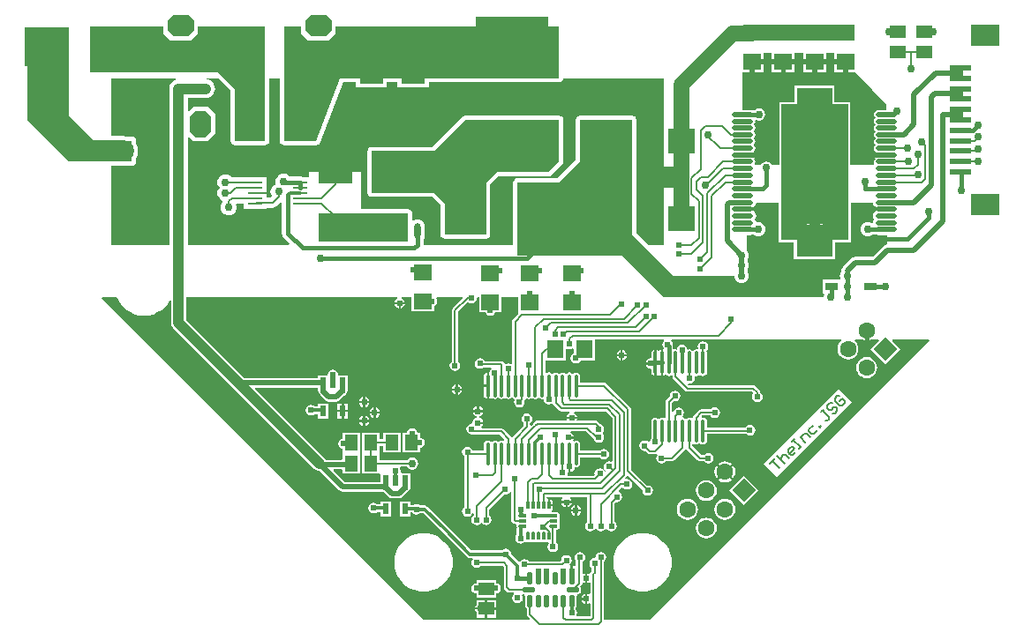
<source format=gtl>
%FSTAX23Y23*%
%MOIN*%
%SFA1B1*%

%IPPOS*%
%AMD26*
4,1,8,0.003000,0.015000,-0.003000,0.015000,-0.006000,0.012000,-0.006000,-0.012000,-0.003000,-0.015000,0.003000,-0.015000,0.006000,-0.012000,0.006000,0.012000,0.003000,0.015000,0.0*
1,1,0.006000,0.003000,0.012000*
1,1,0.006000,-0.003000,0.012000*
1,1,0.006000,-0.003000,-0.012000*
1,1,0.006000,0.003000,-0.012000*
%
%AMD27*
4,1,8,-0.015000,0.003000,-0.015000,-0.003000,-0.012000,-0.006000,0.012000,-0.006000,0.015000,-0.003000,0.015000,0.003000,0.012000,0.006000,-0.012000,0.006000,-0.015000,0.003000,0.0*
1,1,0.006000,-0.012000,0.003000*
1,1,0.006000,-0.012000,-0.003000*
1,1,0.006000,0.012000,-0.003000*
1,1,0.006000,0.012000,0.003000*
%
%AMD28*
4,1,8,0.017500,0.011000,-0.017500,0.011000,-0.022500,0.006000,-0.022500,-0.006000,-0.017500,-0.011000,0.017500,-0.011000,0.022500,-0.006000,0.022500,0.006000,0.017500,0.011000,0.0*
1,1,0.010000,0.017500,0.006000*
1,1,0.010000,-0.017500,0.006000*
1,1,0.010000,-0.017500,-0.006000*
1,1,0.010000,0.017500,-0.006000*
%
%AMD29*
4,1,8,0.011000,-0.017500,0.011000,0.017500,0.006000,0.022500,-0.006000,0.022500,-0.011000,0.017500,-0.011000,-0.017500,-0.006000,-0.022500,0.006000,-0.022500,0.011000,-0.017500,0.0*
1,1,0.010000,0.006000,-0.017500*
1,1,0.010000,0.006000,0.017500*
1,1,0.010000,-0.006000,0.017500*
1,1,0.010000,-0.006000,-0.017500*
%
%AMD46*
4,1,8,0.039500,-0.029200,0.039500,0.029200,0.019700,0.049000,-0.019700,0.049000,-0.039500,0.029200,-0.039500,-0.029200,-0.019700,-0.049000,0.019700,-0.049000,0.039500,-0.029200,0.0*
%
%AMD47*
4,1,8,0.029200,0.039500,-0.029200,0.039500,-0.049000,0.019700,-0.049000,-0.019700,-0.029200,-0.039500,0.029200,-0.039500,0.049000,-0.019700,0.049000,0.019700,0.029200,0.039500,0.0*
%
%AMD50*
4,1,4,0.044400,0.000000,0.000000,0.044400,-0.044400,0.000000,0.000000,-0.044400,0.044400,0.000000,0.0*
%
%ADD10R,0.059000X0.059000*%
%ADD11R,0.134000X0.122000*%
%ADD12R,0.252000X0.394000*%
%ADD13O,0.079000X0.018000*%
%ADD14R,0.087000X0.079000*%
%ADD15R,0.167000X0.118000*%
%ADD16R,0.167000X0.150000*%
%ADD17R,0.051000X0.059000*%
%ADD18R,0.126000X0.071000*%
%ADD19R,0.071000X0.063000*%
%ADD20R,0.059000X0.051000*%
%ADD21R,0.110000X0.150000*%
%ADD22O,0.016000X0.085000*%
%ADD23O,0.016000X0.085000*%
%ADD24R,0.063000X0.071000*%
%ADD25R,0.024000X0.041000*%
G04~CAMADD=26~8~0.0~0.0~120.0~300.0~30.0~0.0~15~0.0~0.0~0.0~0.0~0~0.0~0.0~0.0~0.0~0~0.0~0.0~0.0~0.0~120.0~300.0*
%ADD26D26*%
G04~CAMADD=27~8~0.0~0.0~120.0~300.0~30.0~0.0~15~0.0~0.0~0.0~0.0~0~0.0~0.0~0.0~0.0~0~0.0~0.0~0.0~90.0~300.0~120.0*
%ADD27D27*%
G04~CAMADD=28~8~0.0~0.0~450.0~220.0~50.0~0.0~15~0.0~0.0~0.0~0.0~0~0.0~0.0~0.0~0.0~0~0.0~0.0~0.0~0.0~450.0~220.0*
%ADD28D28*%
G04~CAMADD=29~8~0.0~0.0~450.0~220.0~50.0~0.0~15~0.0~0.0~0.0~0.0~0~0.0~0.0~0.0~0.0~0~0.0~0.0~0.0~270.0~220.0~450.0*
%ADD29D29*%
%ADD30R,0.276000X0.157000*%
%ADD31R,0.055000X0.011000*%
%ADD32R,0.047000X0.028000*%
%ADD33R,0.102000X0.094000*%
%ADD34O,0.024000X0.059000*%
%ADD35R,0.110000X0.083000*%
%ADD36R,0.079000X0.024000*%
%ADD37C,0.079000*%
%ADD38C,0.016000*%
%ADD39C,0.008000*%
%ADD40C,0.020000*%
%ADD41C,0.039000*%
%ADD42C,0.012000*%
%ADD43C,0.059000*%
%ADD44R,0.079000X0.079000*%
%ADD45C,0.079000*%
G04~CAMADD=46~4~0.0~0.0~980.0~790.0~0.0~197.5~0~0.0~0.0~0.0~0.0~0~0.0~0.0~0.0~0.0~0~0.0~0.0~0.0~270.0~790.0~980.0*
%ADD46D46*%
G04~CAMADD=47~4~0.0~0.0~980.0~790.0~0.0~197.5~0~0.0~0.0~0.0~0.0~0~0.0~0.0~0.0~0.0~0~0.0~0.0~0.0~0.0~980.0~790.0*
%ADD47D47*%
%ADD48C,0.039000*%
%ADD49C,0.063000*%
G04~CAMADD=50~10~0.0~629.3~0.0~0.0~0.0~0.0~0~0.0~0.0~0.0~0.0~0~0.0~0.0~0.0~0.0~0~0.0~0.0~0.0~315.0~629.3~0.0*
%ADD50D50*%
%ADD51C,0.024000*%
%ADD52C,0.030000*%
%LNpendulum-1*%
%LPD*%
G36*
X0315Y01929D02*
D01*
X03307Y01772*
X03536*
X03537Y01765*
X0354Y01758*
X03544Y01753*
X0355Y01748*
X03556Y01746*
X03563Y01745*
X0357Y01746*
X03576Y01748*
X03582Y01753*
X03586Y01758*
X03589Y01765*
X0359Y01772*
X03589Y01779*
X03586Y01785*
X03585Y01787*
Y01796*
X03586Y01798*
X03589Y01804*
X0359Y01811*
X03589Y01818*
X03586Y01824*
X03585Y01826*
Y01836*
X03586Y01837*
X03589Y01843*
X0359Y0185*
X03589Y01857*
X03586Y01864*
X03583Y01868*
Y01927*
X03597*
X03603Y01928*
X03609*
X03614Y01925*
X0362Y01922*
X03627Y01921*
X03634Y01922*
X0364Y01925*
X03646Y01929*
X0365Y01934*
X03653Y01941*
X03654Y01948*
X03653Y01955*
X0365Y01961*
X03646Y01967*
X0364Y01971*
X03634Y01974*
X03627Y01975*
X0362Y01974*
X03617Y01981*
Y01982*
X03614Y01986*
X03617Y01991*
X03619Y01999*
X03617Y02007*
X03612Y02014*
X03605Y02019*
X03597Y0202*
X03583*
Y02029*
X03597*
X03605Y02031*
X03612Y02035*
X03617Y02042*
X03619Y0205*
X03701*
Y01957*
Y01898*
X0376*
Y01835*
X03917*
Y01898*
X03976*
Y01957*
Y0205*
X04059*
X0406Y02042*
X04065Y02035*
X04072Y02031*
X0408Y02029*
X04106*
X0411Y02028*
X04114*
Y0202*
X0408*
X04072Y02019*
X04065Y02014*
X0406Y02007*
X04059Y01999*
X0406Y01991*
X04063Y01986*
X0406Y01982*
X04059Y01973*
X04054Y01971*
X04053Y01972*
X04046Y01975*
X04039Y01976*
X04032Y01975*
X04026Y01972*
X0402Y01968*
X04016Y01962*
X04013Y01956*
Y01949*
Y01942*
X04016Y01935*
X0402Y0193*
X04026Y01926*
X04032Y01923*
X04039Y01922*
X04046Y01923*
X04053Y01926*
X04056Y01928*
X04074*
X0408Y01927*
X04114*
Y01892*
X04106Y0189*
X04099Y01886*
X04058Y01845*
X03992*
X03984Y01843*
X03977Y01838*
X03945Y01807*
X0394Y018*
X03939Y01791*
Y01788*
X03937Y01785*
X03935Y01779*
X03934Y01772*
X03935Y01765*
X03936Y01762*
X03933Y01758*
X03868*
Y01707*
X03873*
X03876Y01703*
X03874Y01698*
X03873Y01693*
X03268*
X0311Y0185*
X02717*
Y01929*
Y02126*
X02874*
X02953Y02205*
Y02362*
X0315*
Y01929*
G37*
G36*
X0272Y01634D02*
D01*
Y01629*
X02699Y01608*
X02697Y01604*
X02696Y01599*
Y01441*
X02691Y01439*
X02689Y0144*
X02681Y01441*
X02673Y0144*
X02668Y01442*
Y01443*
X02665Y01447*
X02661Y01449*
X02656Y0145*
X02592*
X02589Y01455*
X02582Y01459*
X02575Y01461*
X02567Y01459*
X02561Y01455*
X02556Y01449*
X02555Y01441*
X02556Y01433*
X02561Y01427*
X02567Y01422*
X02575Y01421*
X02582Y01422*
X02588Y01426*
X02616*
X02618Y01421*
X02616Y0142*
X02611Y01413*
X0261Y01407*
X02609*
Y01357*
Y01308*
X02611*
X02615Y0131*
X02618Y01311*
X02622Y0131*
X02625Y01308*
X02631Y01307*
X02637Y01308*
X02642Y01311*
X02645*
X0265Y01308*
X02656Y01307*
X02663Y01308*
X02666Y0131*
X02669Y01311*
X02673Y0131*
X02676Y01308*
X02682Y01307*
X02688Y01308*
X02693Y01311*
X02696*
X02702Y01308*
X02703*
X02705Y01304*
X02706Y01302*
X02704Y01295*
X02706Y01288*
X0271Y01281*
X02717Y01277*
X02724Y01275*
X02732Y01277*
X02739Y01281*
X02743Y01288*
X02744Y01295*
Y01299*
Y013*
X02745Y01304*
Y01307*
X0275Y0131*
X02753Y01308*
X02759Y01307*
X02765Y01308*
X02768Y0131*
X02772Y01311*
X02775Y0131*
X02778Y01308*
X02784Y01307*
X02791Y01308*
X02796Y01311*
X02799*
X02804Y01308*
X0281Y01307*
X02815*
X02816Y01299*
X0282Y01293*
X02827Y01289*
X02835Y01287*
X02842Y01289*
X02845Y0129*
X0285Y01288*
X02853Y01284*
X02873Y01263*
X02877Y01261*
X02882Y0126*
X02912*
X02913Y01255*
X02907Y0125*
X02903Y01244*
X02902Y0124*
X02941*
X0294Y01244*
X02935Y0125*
X02929Y01255*
X02931Y0126*
X0305*
X03075Y01235*
Y01073*
X0307Y0107*
X03063Y01071*
X03055Y0107*
X03049Y01065*
X03044Y01059*
X03043Y01051*
X03044Y01043*
X03049Y01037*
Y01033*
X03044Y01034*
X03042Y01038*
X03035Y01042*
X03028Y01044*
X0302Y01042*
X03013Y01038*
X03009Y01031*
X03007Y01024*
X03008Y01021*
X03003Y01016*
X02907*
X02905Y01021*
X02906Y01028*
X02909Y01031*
Y01051*
X02917*
Y01032*
X02921Y01033*
X02928Y01037*
X02932Y01043*
X02933Y0105*
X02938Y01049*
X02944Y0105*
X02949Y01054*
X02953Y01059*
X02954Y01065*
Y01087*
X03027*
X03029Y01084*
X03036Y0108*
X03043Y01078*
X03051Y0108*
X03057Y01084*
X03062Y01091*
X03063Y01098*
X03062Y01106*
X03057Y01113*
X03051Y01117*
X03043Y01118*
X03036Y01117*
X03029Y01113*
X03028Y01111*
X02954*
Y01134*
X02953Y0114*
X02949Y01145*
X02944Y01149*
X02938Y0115*
X02932Y01149*
X0293Y01147*
X02926Y01151*
X02928Y01154*
X02929Y01157*
X02909*
Y01165*
X02929*
X02928Y01169*
X02924Y01176*
X02917Y0118*
X02919Y01185*
X02975*
X03005Y01155*
Y01154*
X03009Y01147*
X03016Y01143*
X03024Y01141*
X03031Y01143*
X03038Y01147*
X03042Y01154*
X03044Y01161*
X03042Y01169*
X03039Y01174*
X03038Y01177*
X03039Y01181*
X03042Y01185*
X03044Y01193*
X03042Y01201*
X03038Y01207*
X03031Y01211*
X0303Y01212*
X0302Y01221*
X03016Y01224*
X03012Y01225*
X02943*
X0294Y0123*
X02941Y01232*
X02902*
Y0123*
X029Y01225*
X02791*
X02787Y01224*
X02783Y01221*
X02775Y01213*
X02769Y01207*
X02764Y01209*
Y01217*
X02766Y01218*
X02771Y01225*
X02772Y01232*
X02771Y0124*
X02766Y01246*
X0276Y01251*
X02752Y01252*
X02744Y01251*
X02738Y01246*
X02733Y0124*
X02732Y01232*
X02733Y01225*
X02738Y01218*
X0274Y01217*
Y01206*
X02699Y01165*
X02698Y01163*
X02697*
X02692*
X02691Y01165*
X02663Y01193*
X02659Y01195*
X02655Y01196*
X02581*
X02579Y01201*
X02581Y01202*
X02585Y01209*
X02586Y01213*
X02567*
Y0122*
X02586*
X02585Y01224*
X02581Y01231*
X02575Y01235*
X02572Y01236*
Y01241*
X02575*
X02581Y01246*
X02585Y01252*
X02586Y01256*
X02548*
Y01252*
X02553Y01246*
X02559Y01241*
X02562*
Y01236*
X02559Y01235*
X02553Y01231*
X02548Y01224*
X02547Y01217*
X02546Y01215*
X02544Y01214*
X02542Y01213*
X02536Y01211*
X02529Y01207*
X02525Y01201*
X02523Y01193*
X02525Y01185*
X02529Y01179*
X02536Y01174*
X02543Y01173*
X02547Y01174*
X02548Y01173*
X02552Y01172*
X0265*
X02667Y01154*
Y01152*
X02664Y0115*
X02662Y01149*
X02656Y0115*
X0265Y01149*
X02645Y01145*
X02642*
X02637Y01149*
X02631Y0115*
X02625Y01149*
X02622Y01147*
X02618Y01146*
X02615Y01147*
X02611Y01149*
X02605Y0115*
X02599Y01149*
X02594Y01145*
X0259Y0114*
X02589Y01134*
Y01111*
X02547*
X02546Y01114*
X02542Y0112*
X02535Y01125*
X02528Y01126*
X0252Y01125*
X02513Y0112*
X02509Y01114*
X02507Y01106*
X02509Y01099*
X02513Y01092*
X02516Y01091*
Y00898*
X02513Y00896*
X02509Y0089*
X02507Y00882*
X02509Y00874*
X02513Y00868*
X0252Y00863*
X02528Y00862*
X02535Y00863*
X02542Y00868*
X02546Y00874*
X02551Y00872*
Y00866*
X02549Y00865*
X02544Y00858*
X02543Y0085*
X02544Y00843*
X02549Y00836*
X02555Y00832*
X02563Y0083*
X02571Y00832*
X02577Y00836*
X02578Y00838*
X02583*
X02584Y00836*
X02591Y00832*
X02598Y0083*
X02606Y00832*
X02613Y00836*
X02617Y00843*
X02618Y0085*
X02617Y00858*
X02613Y00865*
X0261Y00866*
Y00889*
X02667Y00945*
X02669Y00944*
X02677Y00946*
X02683Y0095*
X02688Y00957*
X02693Y00955*
Y0085*
X02694Y00846*
X02696Y00842*
X027Y00838*
X02704Y00835*
X02709Y00834*
X0271*
X02714Y0083*
Y00824*
X02715Y00821*
X02714Y00818*
Y00794*
X0271Y00787*
X02708Y0078*
X0271Y00772*
X02714Y00765*
X02721Y00761*
X02728Y00759*
X02736Y00761*
X02743Y00765*
Y00766*
X02745Y00769*
X02749Y00766*
X02753*
X02759*
X02763*
X02766Y00768*
X02768Y00766*
X02773*
X02779*
X02783*
X02785Y00768*
X02788Y00766*
X02792*
X02798*
X02802*
X02805Y00768*
X02808Y00766*
X02812*
X02818*
X02822*
X02825Y00768*
X02827Y00766*
X02832*
X02833*
X02835Y00761*
X02832Y00756*
X0283Y00748*
X02832Y0074*
X02836Y00734*
X02843Y00729*
X0285Y00728*
X02858Y00729*
X02865Y00734*
X02869Y0074*
X0287Y00748*
X02869Y00756*
X02865Y00762*
X02862Y00764*
Y00813*
X02865*
X02869Y00814*
X02873Y00816*
X02875Y0082*
X02876Y00824*
Y0083*
X02875Y00834*
X02874Y00837*
X02875Y00839*
X02876Y00844*
Y00849*
X02875Y00854*
X02874Y00856*
X02875Y00859*
X02876Y00863*
Y00869*
X02875Y00873*
X02873Y00877*
X02869Y00879*
X02865Y0088*
X02854*
X02853*
X02847*
X02846Y00884*
Y00885*
X02848Y00888*
X02849Y00893*
Y00901*
X02835*
Y00905*
X02831*
Y00928*
X02827Y00932*
Y00937*
X02886*
X02888Y00932*
X02887*
X02883Y00925*
X02882Y00921*
X02921*
X0292Y00925*
X02916Y00932*
X02915*
X02917Y00937*
X0298*
Y00842*
X02978Y00841*
X02974Y00834*
X02972Y00827*
X02974Y00819*
X02978Y00813*
X02984Y00808*
X02992Y00807*
X03Y00808*
X03006Y00813*
X03009Y00816*
X03015*
X03017Y00813*
X03024Y00808*
X03031Y00807*
X03039Y00808*
X03046Y00813*
X03048Y00816*
X03054*
X03057Y00813*
X03063Y00808*
X03071Y00807*
X03079Y00808*
X03085Y00813*
X03089Y00819*
X03091Y00827*
X03089Y00834*
X03085Y00841*
X03083Y00842*
Y00912*
X03088Y00917*
X03091*
X03098Y00918*
X03105Y00923*
X03109Y00929*
X03111Y00937*
X03109Y00945*
X03105Y00951*
X031Y00954*
X03099Y0096*
X0311Y00971*
X03116Y0097*
X03122Y00966*
X0313Y00964*
X03138Y00966*
X03144Y0097*
X03148Y00977*
X0315Y00984*
X03148Y00992*
X03144Y00998*
X03138Y01003*
X0313Y01004*
X03126*
X03124Y01008*
X03127Y01011*
X03129Y01015*
Y01016*
X03135Y01017*
X03189Y00963*
Y00961*
X0319Y00953*
X03194Y00946*
X03201Y00942*
X03209Y00941*
X03216Y00942*
X03223Y00946*
X03227Y00953*
X03229Y00961*
X03227Y00968*
X03223Y00975*
X03216Y00979*
X03209Y00981*
X03206Y0098*
X03146Y0104*
Y01268*
X03145Y01272*
X03142Y01276*
X03053Y01366*
X03049Y01368*
X03044Y01369*
X02954*
Y01392*
X02953Y01398*
X02949Y01403*
X02944Y01407*
X02938Y01408*
X02932Y01407*
X02927Y01403*
X02924*
X02919Y01407*
X02912Y01408*
X02906Y01407*
X02901Y01403*
X02898*
X02893Y01407*
X02887Y01408*
X02881Y01407*
X02875Y01403*
X02873*
X02867Y01407*
X02861Y01408*
X02855Y01407*
X0285Y01403*
X02847*
X02842Y01407*
X02836Y01408*
X02829Y01407*
X02827Y01405*
X02822Y01408*
Y01453*
X02898*
Y01497*
X02903Y01499*
X02906Y01497*
X02913Y01496*
X02921Y01497*
X02924Y01499*
X02929Y01497*
Y01479*
X02923Y01475*
X02918Y01468*
X02917Y01461*
X02918Y01453*
X02923Y01446*
X02929Y01442*
X02937Y01441*
X02945Y01442*
X02951Y01446*
X02955Y01453*
X03008*
Y01531*
X03268*
X0327Y01526*
X03269*
X03265Y01519*
X03263Y01512*
X03265Y01504*
X03269Y01498*
X03268Y01496*
X03267Y01494*
Y01444*
Y01394*
X03269Y01395*
X03274Y01398*
X03277*
X03282Y01395*
X03288Y01393*
X03295Y01395*
X03297Y01396*
X03302Y01394*
Y01391*
X03303Y01386*
X03305Y01382*
X0335Y01338*
X03354Y01335*
X03358Y01334*
X03601*
X03607Y01328*
X03604Y01323*
X03602Y01315*
X03604Y01307*
X03608Y01301*
X03614Y01296*
X03622Y01295*
X0363Y01296*
X03636Y01301*
X03641Y01307*
X03642Y01315*
X03641Y01323*
X03636Y01329*
X03634Y01331*
X03633Y01335*
X03631Y01339*
X03615Y01355*
X03611Y01358*
X03606*
X03363*
X0336Y01362*
X03362Y01367*
X03366Y01366*
X03374Y01367*
X0338Y01372*
X03385Y01378*
X03386Y01386*
Y01389*
X0339Y01394*
X03391Y01393*
X03397Y01395*
X034Y01397*
X03404Y01398*
X03407Y01397*
X0341Y01395*
X03416Y01393*
X03422Y01395*
X03428Y01398*
X03431Y01403*
X03432Y01409*
Y01478*
X03431Y01484*
X03429Y01488*
X03432Y0149*
X03436Y01496*
X03437Y01504*
X03436Y01512*
X03432Y01518*
X03425Y01522*
X03417Y01524*
X0341Y01522*
X03403Y01518*
X03399Y01512*
X03397Y01504*
X03398Y01498*
X03396Y01494*
X03395*
X03391*
X03385Y01493*
X03379Y0149*
X03377*
X03371Y01493*
X03365Y01494*
X03359Y01493*
X03358*
X03357Y015*
X03353Y01506*
X03346Y01511*
X03339Y01512*
X03331Y01511*
X03324Y01506*
X0332Y015*
X03319Y01493*
X03314Y01494*
X03309*
X03304Y01496*
Y01507*
X03303Y01512*
X03304*
X03302Y01519*
X03298Y01526*
X03297*
X03298Y01531*
X03938*
X0394Y01526*
X03937Y01524*
X0393Y01516*
X03926Y01506*
X03925Y01496*
X03926Y01486*
X0393Y01476*
X03937Y01468*
X03945Y01462*
X03954Y01458*
X03965Y01456*
X03975Y01458*
X03985Y01462*
X03993Y01468*
X03999Y01476*
X04003Y01486*
X04004Y01496*
X04003Y01506*
X03999Y01516*
X03993Y01524*
X0399Y01526*
X03991Y01531*
X04018*
X04025Y01528*
X04035Y01527*
X04046Y01528*
X04053Y01531*
X04079*
X04081Y01527*
X0405Y01496*
X04106Y0144*
X04162Y01496*
X04131Y01527*
X04133Y01531*
X04269*
X04271Y01527*
X03217Y00472*
X03044*
Y00693*
X03046Y00694*
X0305Y00701*
X03052Y00709*
X0305Y00716*
X03046Y00723*
X03039Y00727*
X03031Y00729*
X03024Y00727*
X03017Y00723*
X03013Y00716*
X03012Y00709*
X0301Y00708*
X03008Y00705*
X03Y00704*
X02994Y00699*
X02989Y00693*
X02988Y00685*
X02989Y00677*
X02994Y00671*
X02996Y00669*
Y00655*
X02995Y00654*
X02993Y0065*
Y00649*
X02987Y00646*
X02984Y00648*
X0298Y00649*
Y0063*
Y00611*
X02984*
X02987Y00613*
X02992Y00611*
Y00571*
X02987Y00568*
X02984Y0057*
X0298*
Y00551*
Y00532*
X02984Y00533*
X02987Y00535*
X02992Y00532*
Y00485*
X02991Y00484*
X02941*
X02938Y00489*
X0294Y00492*
X02941Y005*
X0294Y00508*
X02937Y00512*
X02936Y00517*
X02939Y00521*
X0294Y00526*
Y00561*
Y00563*
X02942Y00567*
X02943Y00568*
X02947Y00569*
X02952Y00572*
X02955Y00576*
X02956Y00581*
Y00592*
X02955Y00597*
X02954Y00598*
X02957Y00602*
X0296Y00606*
X02961Y0061*
Y00611*
X02966Y00613*
X02969Y00611*
X02972*
Y0063*
Y00649*
X02969Y00648*
X02966Y00647*
X02961Y00649*
Y0069*
X02967Y00694*
X02971Y00701*
X02973Y00709*
X02971Y00716*
X02967Y00723*
X0296Y00727*
X02953Y00729*
X02945Y00727*
X02939Y00723*
X02934Y00716*
X02933Y00709*
X02934Y00701*
X02937Y00697*
Y00677*
X02932Y00674*
X02929Y00676*
X02925Y00677*
Y00657*
X02917*
Y00677*
X02915Y00676*
X02913Y00681*
X02916Y00683*
X0292Y00689*
X02922Y00697*
X0292Y00705*
X02916Y00711*
X02909Y00715*
X02902Y00717*
X02894Y00715*
X02887Y00711*
X02883Y00705*
X02882Y00697*
X02877Y00693*
X0276*
X02758Y00695*
X02752Y007*
X02744Y00701*
X02736Y007*
X0273Y00695*
X02728Y00693*
X02722Y00692*
X02693Y0072*
X02692Y00728*
X02687Y00735*
X02681Y00739*
X02673Y00741*
X02666Y00739*
X02659Y00735*
X02541*
X02451Y00825*
X02376Y009*
X02372Y00903*
X02366Y00904*
X02349*
X02342Y00908*
X02335Y0091*
X02327Y00908*
X02323Y00906*
X02313*
Y0092*
X02274*
Y00863*
X02313*
Y00878*
X02319*
X0232Y00876*
X02327Y00871*
X02335Y0087*
X02342Y00871*
X02349Y00876*
X0236*
X02431Y00805*
X02525Y00711*
X0253Y00707*
X02535Y00706*
X02545*
X02548Y00701*
X02544Y00697*
X02543Y00689*
X02544Y00681*
X02549Y00675*
X02555Y0067*
X02563Y00669*
X02571Y0067*
X02577Y00675*
X02579Y00677*
X0266*
X02665Y00672*
Y00594*
X02666Y0059*
X02669Y00586*
X02677Y00578*
X0268Y00575*
X02685*
X02701*
X02703Y0057*
X02702Y00569*
X02698Y00563*
X02696Y00555*
X02698Y00547*
X02702Y00541*
X02709Y00537*
X02717Y00535*
X02724Y00537*
X02731Y00541*
X02735Y00547*
X02737Y00555*
X02735Y00563*
X02733Y00566*
X02737Y00569*
X02738*
X02742Y00568*
X02743Y00567*
X02745Y00563*
Y00561*
Y00526*
X02746Y00521*
X02749Y00517*
X02752Y00515*
Y00492*
X02753Y00488*
X02755Y00484*
X02762Y00477*
X0276Y00472*
X02362*
X01146Y01688*
X01148Y01693*
X01204*
X01209Y01682*
X01218Y01667*
X01229Y01654*
X01242Y01643*
X01257Y01634*
X01273Y01627*
X0129Y01623*
X01307Y01622*
X01324Y01623*
X01341Y01627*
X01357Y01634*
X01372Y01643*
X01385Y01654*
X01397Y01667*
X01404Y0168*
X01409Y01678*
Y01594*
X0141Y01587*
X01413Y01581*
X01417Y01575*
X01949Y01043*
X01955Y01039*
X01961Y01036*
X01969Y01035*
X0197*
X02044Y00962*
X0205Y00958*
X02057Y00956*
X02209*
X02213Y00954*
X02214*
X02231Y00936*
X02237Y00932*
X02244Y00931*
X02268*
X02275Y00932*
X0228Y00936*
X02298Y00954*
X02299*
X02306Y00958*
X0231Y00965*
X02311Y00969*
X02313*
Y01027*
X02279*
X02275Y01032*
X02276Y01035*
X02274Y01043*
X02273Y01046*
X02275Y01051*
X023*
X02303Y01047*
X0231Y01042*
X02319Y0104*
X02328Y01042*
X02335Y01047*
X0234Y01054*
X02342Y01063*
X0234Y01072*
X02335Y01079*
X02328Y01084*
X02319Y01086*
X0231Y01084*
X02303Y01079*
X023Y01075*
X02197*
Y011*
Y01104*
Y0113*
X02209*
Y01104*
X02276*
Y01179*
X02209*
Y01154*
X02197*
Y01179*
X0213*
Y01104*
Y011*
Y01026*
X02194*
X02197*
X02199Y01021*
Y00992*
X02065*
X02021Y01036*
X02023Y01041*
X02051*
X02055Y0104*
Y01026*
X02122*
Y01099*
Y01104*
Y01105*
Y01179*
X02055*
Y01157*
X02051Y01156*
X02045Y01152*
X02041Y01145*
X02039Y01138*
X02041Y0113*
X02045Y01124*
X02051Y01119*
X02055*
Y01105*
Y011*
Y01099*
Y01078*
X02051*
Y01077*
X01992*
X01988Y01083*
X01725Y01345*
X01727Y0135*
X01963*
Y0134*
X01964Y01339*
X01966Y01331*
X01967Y01328*
X01968*
X01971Y01322*
X01991Y01302*
X01997Y01298*
X02004Y01297*
X02031*
X02038Y01298*
X02044Y01302*
X02062Y0132*
X02063*
X02069Y01324*
X02074Y01331*
X02075Y01339*
X02076Y0134*
X02077*
Y01397*
X02041*
X0204Y01398*
X02038Y01405*
X02034Y01412*
X02027Y01416*
X0202Y01418*
X02012Y01416*
X02005Y01412*
X02001Y01405*
X02Y01398*
X01999Y01397*
X01963*
Y01386*
X01685*
X01465Y01606*
Y01693*
X02264*
Y01688*
X02257Y01683*
X02253Y01677*
X02252Y01673*
X02291*
X0229Y01677*
X02286Y01683*
X02279Y01688*
Y01693*
X02315*
Y01638*
X02402*
Y01659*
X02408Y01663*
X02412Y01669*
X02414Y01677*
X02412Y01685*
X0241Y01688*
X02413Y01693*
X02508*
X0251Y01688*
X02472Y0165*
X02469Y01646*
X02468Y01642*
Y01449*
X02466Y01447*
X02462Y01441*
X0246Y01433*
X02462Y01425*
X02466Y01419*
X02473Y01415*
X0248Y01413*
X02488Y01415*
X02495Y01419*
X02499Y01425*
X025Y01433*
X02499Y01441*
X02495Y01447*
X02492Y01449*
Y01637*
X0253Y01674*
X02536Y0167*
X02543Y01669*
X02551Y0167*
X02557Y01675*
X02562Y01681*
X02563Y01689*
X02567Y01692*
X02571Y01691*
Y01634*
X02596*
X026Y01628*
X02606Y01623*
X02614Y01622*
X02622Y01623*
X02628Y01628*
X02633Y01634*
X02657*
Y01693*
X0272*
Y01634*
G37*
G36*
X01428Y02515D02*
X01419Y02511D01*
X01412Y02506*
X01406Y02498*
X01402Y0249*
X01401Y0248*
Y0189*
X01181*
Y02189*
X01227*
X01228*
X0123*
X0126*
X01266Y0219*
X01271Y02193*
X01275Y02199*
X01276Y02205*
Y02216*
X01282Y0223*
X01284Y02244*
X01282Y02258*
X01276Y02272*
Y02273*
Y02283*
X01275Y0229*
X01271Y02295*
X01266Y02298*
X0126Y023*
X0124*
X01227Y02301*
X01181*
Y0252*
X01427*
X01428Y02515*
G37*
G36*
X01024Y02362D02*
X01102Y02283D01*
X0126*
Y02205*
X01024*
X00866Y02362*
Y02406*
Y02677*
X01024*
Y02362*
G37*
G36*
X03268Y0189D02*
X03212D01*
X03166Y01936*
Y02362*
X03164Y02368*
X03161Y02374*
X03156Y02377*
X0315Y02378*
X02953*
X02947Y02377*
X02941Y02374*
X02938Y02368*
X02937Y02362*
Y02211*
X02867Y02142*
X02717*
X0271Y02141*
X02705Y02137*
X02702Y02132*
X027Y02126*
Y01929*
Y0189*
X02363*
Y01909*
X02366Y01916*
X02367Y01923*
Y01959*
X02366Y01966*
X02363Y01973*
X02358Y01978*
X02353Y01983*
X02346Y01986*
X02339Y01987*
X02332Y01986*
X02325Y01983*
X02324Y01982*
X02319Y01984*
Y02008*
X02318Y02014*
X02315Y02019*
X02309Y02023*
X02303Y02024*
X02126*
Y02165*
X01929*
Y02147*
X01906*
X01904Y02148*
X01895Y0215*
X01854*
X01848Y02155*
X01841Y02158*
X01833Y02159*
X01825Y02158*
X01817Y02155*
X01811Y0215*
X01806Y02143*
X01803Y02136*
X01802Y02128*
X01803Y0212*
X01802Y02118*
X018Y02117*
X01793Y02112*
X01788Y02106*
X01785Y02099*
X01784Y02091*
X01785Y02083*
X01788Y02075*
X01789*
X01783Y02069*
X0177*
Y02085*
Y02105*
Y02147*
X01683*
Y02146*
X01637*
X01636Y02148*
X0163Y02153*
X01622Y02156*
X01614Y02157*
X01606Y02156*
X01599Y02153*
X01592Y02148*
X01588Y02141*
X01584Y02134*
X01583Y02126*
X01584Y02118*
X01588Y02111*
X01591Y02106*
X01588Y02102*
X01584Y02095*
X01583Y02087*
X01584Y02079*
X01588Y02071*
X01592Y02065*
X01599Y0206*
X01604Y02053*
X01599Y02047*
X01596Y02039*
X01595Y02031*
X01596Y02024*
X01599Y02016*
X01604Y0201*
X01611Y02005*
X01618Y02002*
X01626Y02001*
X01634Y02002*
X01641Y02005*
X01648Y0201*
X01653Y02016*
X01656Y02024*
X01657Y02031*
X01656Y02039*
X01654Y02043*
X01657Y02047*
X01683*
Y02046*
Y02026*
X0177*
Y02029*
X01791*
X01799Y02031*
X01806Y02035*
X01822Y02051*
X01826Y02049*
Y01933*
X01828Y01924*
X01833Y01916*
X01855Y01894*
X01853Y0189*
X01473*
Y02294*
X01477Y02296*
X01492Y02281*
X01547*
X01575Y02309*
Y02384*
X01547Y02411*
X01492*
X01477Y02397*
X01473Y02399*
Y02445*
X01539*
X01549Y02446*
X01557Y02449*
X01565Y02455*
X0157Y02462*
X01574Y02471*
X01575Y0248*
X01574Y0249*
X0157Y02498*
X01565Y02506*
X01557Y02511*
X01549Y02515*
X01539Y02516*
X01543Y0252*
X01588*
X01634Y02474*
Y02283*
X01635Y02277*
X01638Y02272*
X01643Y02269*
X0165Y02267*
X01764*
X0177Y02269*
X01775Y02272*
X01779Y02277*
X0178Y02283*
Y0252*
X01819*
Y02283*
X0182Y02277*
X01823Y02272*
X01829Y02269*
X01835Y02267*
X01957*
X0196Y02268*
X01963Y02269*
X01966Y0227*
X01968Y02272*
X0197Y02275*
X01972Y02277*
Y02278*
X02058Y02504*
X02106*
Y02484*
X02224*
Y02504*
X02264*
Y02484*
X02382*
Y02504*
X02874*
X0288Y02505*
X02885Y02508*
X02889Y02514*
X0289Y0252*
X03268*
Y0189*
G37*
G36*
X01764Y02283D02*
X0165D01*
Y0248*
X01587Y02543*
X01102*
Y02717*
X0138*
Y0269*
X01407Y02662*
X01482*
X0151Y0269*
Y02717*
X01764*
Y02283*
G37*
G36*
X03913Y02593D02*
X03957D01*
Y02583*
X03967*
Y02543*
X03992*
Y02542*
X04055Y02477*
X0411Y02421*
Y024*
X0408*
X04073Y02399*
X04068Y02395*
X04064Y02389*
X04063Y02383*
X04064Y02376*
X04068Y02371*
Y02369*
X04064Y02364*
X04063Y02357*
X04064Y02351*
X04068Y02345*
Y02344*
X04064Y02338*
X04063Y02332*
X04064Y02325*
X04068Y02319*
Y02318*
X04064Y02313*
X04063Y02306*
X04064Y02299*
X04068Y02294*
Y02293*
X04064Y02287*
X04063Y02281*
X04064Y02274*
X04068Y02268*
Y02267*
X04064Y02262*
X04063Y02255*
X04064Y02248*
X04068Y02243*
Y02242*
X04066Y02239*
X04073*
X0408Y02238*
X0411*
Y02221*
X0408*
X04073Y0222*
Y02219*
X04066*
X04068Y02217*
Y02216*
X04064Y0221*
X04063Y02204*
X04064Y02197*
X04062Y02193*
X03972*
Y02354*
Y02429*
X03913*
Y02492*
X03764*
Y02429*
X03705*
Y02354*
Y02193*
X03676*
X03673Y02198*
X03665Y02203*
X03656Y02205*
X03648Y02203*
X0364Y02198*
X03637Y02193*
X03615*
X03613Y02197*
X03615Y02204*
X03613Y0221*
X03609Y02216*
Y02217*
X03611Y02219*
X03604*
Y0222*
X03597Y02221*
X03567*
Y02238*
X03597*
X03604Y02239*
X03611*
X03609Y02242*
Y02243*
X03613Y02248*
X03615Y02255*
X03613Y02262*
X03609Y02267*
Y02268*
X03613Y02274*
X03615Y02281*
X03613Y02287*
X03609Y02293*
Y02294*
X03613Y02299*
X03615Y02306*
X03613Y02313*
X03609Y02318*
Y02319*
X03613Y02325*
X03615Y02332*
X03613Y02338*
X03609Y02344*
Y02345*
X03613Y02351*
X03615Y02357*
X03614Y0236*
X03618Y02363*
X0362Y02362*
X03629Y0236*
X03638Y02362*
X03645Y02367*
X0365Y02374*
X03652Y02383*
X0365Y02392*
X03645Y02399*
X03638Y02404*
X03629Y02406*
X0362Y02404*
X03613Y02399*
X03612*
X03603*
X03597Y024*
X03567*
Y02543*
X03593*
Y02583*
X03602*
Y02593*
X03646*
Y02614*
X03677*
Y02593*
X03764*
Y02614*
X03795*
Y02593*
X03882*
Y02614*
X03913*
Y02593*
G37*
G36*
X02303Y01902D02*
X01965D01*
Y02008*
X02303*
Y01902*
G37*
G36*
X02874Y0252D02*
X02047D01*
X01957Y02283*
X01835*
Y02717*
X019*
Y0269*
X01927Y02662*
X02002*
X0203Y0269*
Y02717*
X02874*
Y0252*
G37*
%LNpendulum-2*%
%LPC*%
G36*
X035Y01071D02*
X0349Y0107D01*
X0348Y01066*
X03475Y01062*
X035Y01037*
X03525Y01062*
X0352Y01066*
X0351Y0107*
X035Y01071*
G37*
G36*
X03929Y01345D02*
X03647Y01063D01*
X03697Y01013*
X03979Y01295*
X03929Y01345*
G37*
G36*
X03429Y01D02*
X03419Y00999D01*
X03409Y00995*
X03401Y00989*
X03395Y0098*
X03391Y00971*
X0339Y00961*
X03391Y0095*
X03395Y00941*
X03401Y00932*
X03409Y00926*
X03419Y00922*
X03429Y00921*
X03439Y00922*
X03449Y00926*
X03457Y00932*
X03464Y00941*
X03468Y0095*
X03469Y00961*
X03468Y00971*
X03464Y0098*
X03457Y00989*
X03449Y00995*
X03439Y00999*
X03429Y01*
G37*
G36*
X02839Y00927D02*
Y00908D01*
X02849*
Y00916*
X02848Y00921*
X02845Y00924*
X02842Y00927*
X02839*
G37*
G36*
X02238Y0092D02*
X02199D01*
Y00908*
X02188*
X02187*
X02181Y00912*
X02173Y00914*
X02166Y00912*
X02159Y00908*
X02155Y00901*
X02153Y00894*
X02155Y00886*
X02159Y0088*
X02166Y00875*
X02173Y00874*
X02181Y00875*
X02187Y0088*
X02188*
X02199*
Y00863*
X02238*
Y0092*
G37*
G36*
X0353Y01056D02*
X03505Y01031D01*
X0353Y01006*
X03534Y01011*
X03538Y01021*
X0354Y01031*
X03538Y01042*
X03534Y01051*
X0353Y01056*
G37*
G36*
X03469D02*
X03466Y01051D01*
X03462Y01042*
X0346Y01031*
X03462Y01021*
X03466Y01011*
X03469Y01006*
X03494Y01031*
X03469Y01056*
G37*
G36*
X035Y01026D02*
X03475Y01001D01*
X0348Y00997*
X0349Y00993*
X035Y00992*
X0351Y00993*
X0352Y00997*
X03525Y01001*
X035Y01026*
G37*
G36*
X02077Y01258D02*
X02061D01*
Y01233*
X02077*
Y01258*
G37*
G36*
X02053D02*
X02037D01*
Y01233*
X02053*
Y01258*
G37*
G36*
X02196Y01252D02*
X02181D01*
Y01237*
X02185*
X02191Y01242*
X02196Y01248*
Y01252*
G37*
G36*
X02173D02*
X02158D01*
X02159Y01248*
X02163Y01242*
X02169Y01237*
X02173*
Y01252*
G37*
G36*
X02142Y01244D02*
Y01228D01*
X02157*
X02156Y01232*
X02152Y01239*
X02145Y01243*
X02142Y01244*
G37*
G36*
X02134Y0122D02*
X02119D01*
Y01217*
X02124Y0121*
X0213Y01206*
X02134Y01205*
Y0122*
G37*
G36*
X02319Y01197D02*
X02311Y01196D01*
X02305Y01191*
X023Y01185*
X02299Y01179*
X02283*
Y01104*
X0235*
Y01122*
X02354Y01123*
X02361Y01128*
X02365Y01134*
X02367Y01142*
X02365Y01149*
X02361Y01156*
X02354Y0116*
X0235Y01161*
Y01179*
X02339*
X02337Y01185*
X02333Y01191*
X02327Y01196*
X02319Y01197*
G37*
G36*
X02134Y01244D02*
X0213Y01243D01*
X02124Y01239*
X02119Y01232*
Y01228*
X02134*
Y01244*
G37*
G36*
X02157Y0122D02*
X02142D01*
Y01205*
X02145Y01206*
X02152Y0121*
X02156Y01217*
X02157Y0122*
G37*
G36*
X03571Y01016D02*
X03515Y00961D01*
X03571Y00905*
X03626Y00961*
X03571Y01016*
G37*
G36*
X02636Y00622D02*
X02561D01*
Y0061*
X02555Y00609*
X02549Y00605*
X02544Y00598*
X02543Y00591*
X02544Y00583*
X02549Y00576*
X02555Y00572*
X02561Y00571*
Y00555*
X02636*
Y00571*
X02642Y00572*
X02648Y00576*
X02652Y00583*
X02654Y00591*
X02652Y00598*
X02648Y00605*
X02642Y00609*
X02636Y0061*
Y00622*
G37*
G36*
X02972Y0057D02*
X02969D01*
X02962Y00565*
X02958Y00559*
X02957Y00555*
X02972*
Y0057*
G37*
G36*
X03189Y008D02*
X03172Y00798D01*
X03155Y00794*
X03139Y00788*
X03124Y00778*
X03111Y00767*
X031Y00754*
X0309Y00739*
X03084Y00723*
X0308Y00706*
X03078Y00689*
X0308Y00672*
X03084Y00655*
X0309Y00639*
X031Y00624*
X03111Y00611*
X03124Y006*
X03139Y0059*
X03155Y00584*
X03172Y0058*
X03189Y00578*
X03206Y0058*
X03223Y00584*
X03239Y0059*
X03254Y006*
X03267Y00611*
X03278Y00624*
X03288Y00639*
X03294Y00655*
X03298Y00672*
X033Y00689*
X03298Y00706*
X03294Y00723*
X03288Y00739*
X03278Y00754*
X03267Y00767*
X03254Y00778*
X03239Y00788*
X03223Y00794*
X03206Y00798*
X03189Y008*
G37*
G36*
X02362D02*
X02345Y00798D01*
X02328Y00794*
X02312Y00788*
X02297Y00778*
X02284Y00767*
X02273Y00754*
X02264Y00739*
X02257Y00723*
X02253Y00706*
X02252Y00689*
X02253Y00672*
X02257Y00655*
X02264Y00639*
X02273Y00624*
X02284Y00611*
X02297Y006*
X02312Y0059*
X02328Y00584*
X02345Y0058*
X02362Y00578*
X0238Y0058*
X02396Y00584*
X02412Y0059*
X02427Y006*
X0244Y00611*
X02452Y00624*
X02461Y00639*
X02467Y00655*
X02471Y00672*
X02473Y00689*
X02471Y00706*
X02467Y00723*
X02461Y00739*
X02452Y00754*
X0244Y00767*
X02427Y00778*
X02412Y00788*
X02396Y00794*
X0238Y00798*
X02362Y008*
G37*
G36*
X02636Y0051D02*
X02602D01*
Y0048*
X02636*
Y0051*
G37*
G36*
X02594Y00547D02*
X02561D01*
Y0053*
X02556Y00523*
Y0052*
X02575*
Y00512*
X02556*
Y00508*
X02561Y00502*
Y00501*
Y0048*
X02594*
Y00514*
Y00547*
G37*
G36*
X02972D02*
X02957D01*
X02958Y00544*
X02962Y00537*
X02969Y00533*
X02972Y00532*
Y00547*
G37*
G36*
X02636D02*
X02602D01*
Y00518*
X02636*
Y00547*
G37*
G36*
X03429Y00859D02*
X03419Y00857D01*
X03409Y00854*
X03401Y00847*
X03395Y00839*
X03391Y00829*
X0339Y00819*
X03391Y00809*
X03395Y00799*
X03401Y00791*
X03409Y00785*
X03419Y00781*
X03429Y00779*
X03439Y00781*
X03449Y00785*
X03457Y00791*
X03464Y00799*
X03468Y00809*
X03469Y00819*
X03468Y00829*
X03464Y00839*
X03457Y00847*
X03449Y00854*
X03439Y00857*
X03429Y00859*
G37*
G36*
X02941Y00905D02*
Y0089D01*
X02956*
Y00894*
X02951Y009*
X02945Y00904*
X02941Y00905*
G37*
G36*
X02933D02*
X02929Y00904D01*
X02923Y009*
X02918Y00894*
Y0089*
X02933*
Y00905*
G37*
G36*
X02921Y00913D02*
X02906D01*
Y00898*
X02909Y00899*
X02916Y00903*
X0292Y0091*
X02921Y00913*
G37*
G36*
X02898D02*
X02882D01*
X02883Y0091*
X02887Y00903*
X02894Y00899*
X02898Y00898*
Y00913*
G37*
G36*
X03359Y0093D02*
X03348Y00928D01*
X03339Y00924*
X0333Y00918*
X03324Y0091*
X0332Y009*
X03319Y0089*
X0332Y0088*
X03324Y0087*
X0333Y00862*
X03339Y00855*
X03348Y00851*
X03359Y0085*
X03369Y00851*
X03378Y00855*
X03387Y00862*
X03393Y0087*
X03397Y0088*
X03398Y0089*
X03397Y009*
X03393Y0091*
X03387Y00918*
X03378Y00924*
X03369Y00928*
X03359Y0093*
G37*
G36*
X035D02*
X0349Y00928D01*
X0348Y00924*
X03472Y00918*
X03466Y0091*
X03462Y009*
X0346Y0089*
X03462Y0088*
X03466Y0087*
X03472Y00862*
X0348Y00855*
X0349Y00851*
X035Y0085*
X0351Y00851*
X0352Y00855*
X03528Y00862*
X03534Y0087*
X03538Y0088*
X0354Y0089*
X03538Y009*
X03534Y0091*
X03528Y00918*
X0352Y00924*
X0351Y00928*
X035Y0093*
G37*
G36*
X02956Y00882D02*
X02941D01*
Y00867*
X02945*
X02951Y00872*
X02956Y00878*
Y00882*
G37*
G36*
X02933D02*
X02918D01*
Y00878*
X02923Y00872*
X02929Y00867*
X02933*
Y00882*
G37*
G36*
X03106Y01492D02*
X03103Y01491D01*
X03096Y01487*
X03092Y0148*
X03091Y01476*
X03106*
Y01492*
G37*
G36*
X0313Y01469D02*
X03114D01*
Y01453*
X03118Y01454*
X03124Y01458*
X03129Y01465*
X0313Y01469*
G37*
G36*
X03259Y01494D02*
X03257Y01493D01*
X03254Y01491*
X0325Y0149*
X03246Y01491*
X03243Y01493*
X03241Y01494*
Y01444*
Y01394*
X03243Y01395*
X03246Y01397*
X0325Y01398*
X03254Y01397*
X03257Y01395*
X03259Y01394*
Y01444*
Y01494*
G37*
G36*
X03114Y01492D02*
Y01476D01*
X0313*
X03129Y0148*
X03124Y01487*
X03118Y01491*
X03114Y01492*
G37*
G36*
X04035Y01465D02*
X04025Y01464D01*
X04016Y0146*
X04007Y01453*
X04001Y01445*
X03997Y01436*
X03996Y01425*
X03997Y01415*
X04001Y01405*
X04007Y01397*
X04016Y01391*
X04025Y01387*
X04035Y01386*
X04046Y01387*
X04055Y01391*
X04064Y01397*
X0407Y01405*
X04074Y01415*
X04075Y01425*
X04074Y01436*
X0407Y01445*
X04064Y01453*
X04055Y0146*
X04046Y01464*
X04035Y01465*
G37*
G36*
X02601Y01407D02*
X02599D01*
X02594Y01403*
X0259Y01398*
X02589Y01392*
Y01361*
X02601*
Y01407*
G37*
G36*
X03106Y01469D02*
X03091D01*
X03092Y01465*
X03096Y01458*
X03103Y01454*
X03106Y01453*
Y01469*
G37*
G36*
X03233Y01494D02*
X03231Y01493D01*
X03226Y0149*
X03222Y01484*
X03221Y01478*
Y01462*
X0322Y01461*
X03213Y01459*
X03206Y01455*
X03202Y01449*
X03201Y01445*
X0322*
Y01437*
X03201*
X03202Y01433*
X03206Y01427*
X03213Y01422*
X0322Y01421*
X03221Y0142*
Y01409*
X03222Y01403*
X03226Y01398*
X03231Y01395*
X03233Y01394*
Y01444*
Y01494*
G37*
G36*
X02268Y01665D02*
X02252D01*
X02253Y01662*
X02257Y01655*
X02264Y01651*
X02268Y0165*
Y01665*
G37*
G36*
X03829Y02573D02*
X03795D01*
Y02543*
X03829*
Y02573*
G37*
G36*
X03764D02*
X0373D01*
Y02543*
X03764*
Y02573*
G37*
G36*
X03947D02*
X03913D01*
Y02543*
X03947*
Y02573*
G37*
G36*
X03882D02*
X03848D01*
Y02543*
X03882*
Y02573*
G37*
G36*
X02874Y02378D02*
X0252D01*
X02514Y02377*
X02508Y02374*
X0243Y02295*
X02395Y0226*
X02165*
X02159Y02259*
X02154Y02255*
X02151Y0225*
X02149Y02244*
Y02205*
Y02087*
X02151Y0208*
X02154Y02075*
X02159Y02072*
X02165Y02071*
X02395*
X02425Y02041*
Y01929*
X02426Y01923*
X0243Y01918*
X02435Y01914*
X02441Y01913*
X02598*
X02605Y01914*
X0261Y01918*
X02613Y01923*
X02614Y01929*
Y02119*
X02644Y02149*
X02835*
X0284Y0215*
X02841Y02151*
X02846Y02154*
X02885Y02193*
X02889Y02199*
Y022*
X0289Y02205*
Y02362*
X02889Y02368*
X02885Y02374*
X0288Y02377*
X02874Y02378*
G37*
G36*
X02291Y01665D02*
X02276D01*
Y0165*
X02279Y01651*
X02286Y01655*
X0229Y01662*
X02291Y01665*
G37*
G36*
X03711Y02573D02*
X03677D01*
Y02543*
X03711*
Y02573*
G37*
G36*
X03646D02*
X03612D01*
Y02543*
X03646*
Y02573*
G37*
G36*
X02077Y0129D02*
X02061D01*
Y01266*
X02077*
Y0129*
G37*
G36*
X02053D02*
X02037D01*
Y01266*
X02053*
Y0129*
G37*
G36*
X02157Y01291D02*
X02142D01*
Y01276*
X02145Y01277*
X02152Y01281*
X02156Y01288*
X02157Y01291*
G37*
G36*
X02134D02*
X02119D01*
Y01288*
X02124Y01281*
X0213Y01277*
X02134Y01276*
Y01291*
G37*
G36*
X02181Y01275D02*
Y0126D01*
X02196*
Y01264*
X02191Y0127*
X02185Y01274*
X02181Y01275*
G37*
G36*
X02173D02*
X02169Y01274D01*
X02163Y0127*
X02159Y01264*
X02158Y0126*
X02173*
Y01275*
G37*
G36*
X02571Y01279D02*
Y01264D01*
X02586*
X02585Y01268*
X02581Y01274*
X02575Y01278*
X02571Y01279*
G37*
G36*
X02563D02*
X02559Y01278D01*
X02553Y01274*
X02548Y01268*
Y01264*
X02563*
Y01279*
G37*
G36*
X02002Y0129D02*
X01963D01*
Y01278*
X01951*
X01945Y01282*
X01937Y01284*
X01929Y01282*
X01923Y01278*
X01918Y01271*
X01917Y01264*
X01918Y01256*
X01923Y0125*
X01929Y01245*
X01937Y01244*
X01945Y01245*
X01951Y0125*
X01963*
Y01233*
X02002*
Y0129*
G37*
G36*
X02507Y01339D02*
X02492D01*
Y01323*
X02496Y01324*
X02502Y01328*
X02507Y01335*
Y01339*
G37*
G36*
X02484D02*
X02469D01*
X0247Y01335*
X02474Y01328*
X02481Y01324*
X02484Y01323*
Y01339*
G37*
G36*
X02492Y01362D02*
Y01346D01*
X02507*
Y0135*
X02502Y01357*
X02496Y01361*
X02492Y01362*
G37*
G36*
X02484D02*
X02481Y01361D01*
X02474Y01357*
X0247Y0135*
X02469Y01346*
X02484*
Y01362*
G37*
G36*
X02601Y01353D02*
X02589D01*
Y01323*
X0259Y01317*
X02594Y01311*
X02599Y01308*
X02601*
Y01353*
G37*
G36*
X03311Y01339D02*
X03303Y01337D01*
X03297Y01333*
X03292Y01327*
X03291Y01319*
Y01316*
X0328Y01305*
X03277Y01301*
X03276Y01296*
Y01236*
X03271Y01234*
X03269Y01235*
X03263Y01237*
X03257Y01235*
X03254Y01233*
X0325Y01232*
X03246Y01233*
X03243Y01235*
X03237Y01237*
X03231Y01235*
X03226Y01232*
X03222Y01227*
X03221Y0122*
Y01159*
X03218Y01153*
X03216Y01146*
Y01145*
X03211Y01143*
Y01144*
X03205Y01148*
X03197Y0115*
X03189Y01148*
X03183Y01144*
X03178Y01138*
X03177Y0113*
X03178Y01122*
X03183Y01116*
X03189Y01111*
X03197Y0111*
X03199*
X03208Y01102*
X03212Y01099*
X03217Y01098*
X03236*
X03241Y01099*
X03245Y01096*
X03241Y0109*
X0324Y01083*
X03241Y01075*
X03246Y01068*
X03252Y01064*
X0326Y01063*
X03268Y01064*
X03274Y01068*
X03275Y01071*
X03299*
X03304Y01072*
X03308Y01074*
X03348Y01115*
X0335Y01117*
X03355*
X03357Y01115*
X03397Y01074*
X03401Y01072*
X03406Y01071*
X03421*
X03423Y01068*
X03429Y01064*
X03437Y01063*
X03445Y01064*
X03451Y01068*
X03456Y01075*
X03457Y01083*
X03456Y0109*
X03451Y01097*
X03445Y01101*
X03437Y01103*
X03429Y01101*
X03423Y01097*
X03421Y01095*
X03411*
X03377Y01128*
Y01136*
X03382Y01138*
X03385Y01137*
X03391Y01136*
X03397Y01137*
X034Y01139*
X03404Y0114*
X03407Y01139*
X0341Y01137*
X03416Y01136*
X03422Y01137*
X03428Y0114*
X03431Y01145*
X03432Y01152*
Y01174*
X03581*
X03587Y0117*
X03594Y01169*
X03602Y0117*
X03609Y01175*
X03613Y01181*
X03615Y01189*
X03613Y01197*
X03609Y01203*
X03602Y01208*
X03594Y01209*
X03587Y01208*
X0358Y01203*
X03577Y01198*
X03432*
Y0122*
X03431Y01227*
X03428Y01232*
X03422Y01235*
X03416Y01237*
X03414Y01236*
X03411Y0124*
X03414Y01244*
X03445*
X03446Y01242*
X03453Y01237*
X03461Y01236*
X03468Y01237*
X03475Y01242*
X03479Y01248*
X03481Y01256*
X03479Y01264*
X03475Y0127*
X03468Y01274*
X03461Y01276*
X03453Y01274*
X03446Y0127*
X03445Y01268*
X03409*
X03405Y01267*
X03401Y01264*
X03382Y01246*
X0338Y01242*
X03379Y01237*
Y01236*
X03374Y01234*
X03371Y01235*
X03365Y01237*
X03359Y01235*
X03356Y01233*
X03352Y01232*
X03349Y01233*
X03346Y01235*
X03342Y01236*
X0334Y01241*
X03343Y01246*
X03345Y01254*
X03343Y01262*
X03339Y01268*
X03332Y01272*
X03325Y01274*
X03317Y01272*
X03311Y01268*
X03306Y01262*
X03305Y01257*
X033Y01258*
Y01291*
X03308Y01299*
X03311*
X03319Y013*
X03325Y01305*
X0333Y01311*
X03331Y01319*
X0333Y01327*
X03325Y01333*
X03319Y01337*
X03311Y01339*
G37*
G36*
X02134Y01315D02*
X0213Y01314D01*
X02124Y01309*
X02119Y01303*
Y01299*
X02134*
Y01315*
G37*
G36*
X02142D02*
Y01299D01*
X02157*
X02156Y01303*
X02152Y01309*
X02145Y01314*
X02142Y01315*
G37*
%LNpendulum-3*%
%LPD*%
G36*
X02874Y02205D02*
D01*
X02835Y02165*
X02638*
X02598Y02126*
Y01929*
X02441*
Y02047*
X02402Y02087*
X02165*
Y02205*
Y02244*
X02402*
X02441Y02283*
X0252Y02362*
X02874*
Y02205*
G37*
G54D10*
X03742Y01939D03*
X03935D03*
Y02392D03*
X03742D03*
G54D11*
X03839Y02423D03*
Y01907D03*
G54D12*
X03839Y02165D03*
G54D13*
X03567Y01948D03*
Y01973D03*
Y01999D03*
Y02076D03*
Y0205D03*
Y02025D03*
Y02178D03*
Y02204D03*
Y02229D03*
Y02153D03*
Y02127D03*
Y02101D03*
Y02332D03*
Y02357D03*
Y02383D03*
Y02306D03*
Y02281D03*
Y02255D03*
X0411D03*
Y02281D03*
Y02306D03*
Y02383D03*
Y02357D03*
Y02332D03*
Y02101D03*
Y02127D03*
Y02153D03*
Y02229D03*
Y02204D03*
Y02178D03*
Y02025D03*
Y0205D03*
Y02076D03*
Y01999D03*
Y01973D03*
Y01948D03*
G54D14*
X02165Y02421D03*
Y02539D03*
X02323D03*
Y02421D03*
G54D15*
X01188Y02638D03*
G54D16*
X00938Y02638D03*
G54D17*
X02089Y01142D03*
X02163D03*
Y01063D03*
X02089D03*
X02242Y01142D03*
X02317D03*
G54D18*
X02028Y01937D03*
Y02157D03*
G54D19*
X03602Y02693D03*
Y02583D03*
X0372Y02693D03*
Y02583D03*
X03839Y02693D03*
Y02583D03*
X03957Y02693D03*
Y02583D03*
X02358Y01677D03*
Y01787D03*
X02614Y01673D03*
Y01783D03*
X02764Y01673D03*
Y01783D03*
X02921Y01673D03*
Y01783D03*
G54D20*
X04154Y02695D03*
Y0262D03*
X04252Y02695D03*
Y0262D03*
X02598Y00589D03*
Y00514D03*
G54D21*
X02799Y02008D03*
X02516D03*
G54D22*
X03416Y01444D03*
X03391D03*
X03365D03*
X0334D03*
X03314D03*
X03288D03*
X03263D03*
X03237D03*
X03416Y01186D03*
X03391D03*
X03365D03*
X0334D03*
X03314D03*
X03288D03*
X03263D03*
X02861Y01357D03*
X02887D03*
X02912D03*
X02938D03*
X02861Y01099D03*
X02887D03*
X02912D03*
X02938D03*
X02836Y01357D03*
X0281D03*
X02784D03*
X02759D03*
X02733D03*
X02708D03*
X02682D03*
X02656D03*
X02631D03*
X02605D03*
X02836Y01099D03*
X0281D03*
X02784D03*
X02759D03*
X02733D03*
X02708D03*
X02682D03*
X02656D03*
X02631D03*
G54D23*
X03237Y01186D03*
X02605Y01099D03*
G54D24*
X02969Y01496D03*
X02858D03*
G54D25*
X02057Y01262D03*
X01982D03*
X02057Y01368D03*
X0202D03*
X01982D03*
X02293Y00892D03*
X02219D03*
X02293Y00998D03*
X02256D03*
X02219D03*
G54D26*
X02835Y00905D03*
X02815D03*
X02795D03*
X02776D03*
X02756D03*
Y00788D03*
X02776D03*
X02795D03*
X02815D03*
X02835D03*
G54D27*
X02853Y00846D03*
Y00866D03*
Y00827D03*
X02737D03*
Y00866D03*
Y00846D03*
G54D28*
X0276Y00587D03*
X02925D03*
G54D29*
X02921Y00543D03*
X0289D03*
X02858D03*
X02827D03*
X02795D03*
X02764D03*
Y0063D03*
X02795D03*
X02827D03*
X02858D03*
X0289D03*
X02921D03*
G54D30*
X02697Y02283D03*
Y02677D03*
G54D31*
X01727Y02126D03*
Y02106D03*
Y02087D03*
Y02047D03*
Y02067D03*
X01895D03*
Y02047D03*
Y02087D03*
Y02106D03*
Y02126D03*
G54D32*
X03904Y01732D03*
X04049D03*
G54D33*
X03335Y02283D03*
X03083D03*
X03335Y01988D03*
X03083D03*
G54D34*
X02339Y02153D03*
Y01941D03*
X02189D03*
X02239D03*
X02289D03*
Y02153D03*
X02239D03*
X02189D03*
G54D35*
X04484Y02041D03*
Y02683D03*
G54D36*
X0439Y02165D03*
Y02205D03*
Y02244D03*
Y02283D03*
Y02323D03*
Y02362D03*
Y02402D03*
Y02441D03*
Y0248D03*
Y0252D03*
Y02559D03*
G54D37*
X01227Y02246D02*
X01228Y02244D01*
X01097Y02246D02*
X01227D01*
X00938Y02405D02*
X01097Y02246D01*
X00938Y02405D02*
Y02638D01*
X01243Y02583D02*
X01342D01*
X01188Y02638D02*
X01243Y02583D01*
X0189Y02343D02*
Y02453D01*
X01705Y02343D02*
Y025D01*
X01622Y02583D02*
X01705Y025D01*
X02516Y0222D02*
X02579Y02283D01*
X02697*
X02575Y02677D02*
X02697D01*
X025Y02602D02*
X02575Y02677D01*
X02039Y02602D02*
X025D01*
X0189Y02453D02*
X02039Y02602D01*
X01342Y02583D02*
X01622D01*
X02516Y02008D02*
Y02161D01*
Y0222*
X03213Y02146D02*
X03315D01*
G54D38*
X04035Y01512D02*
Y01567D01*
X01972Y01839D02*
X02752D01*
X02799Y01886*
X04075Y01913D02*
X04189D01*
X03961Y01693D02*
Y01791D01*
X03641Y02101D02*
X03656Y02117D01*
X039Y01691D02*
X03904D01*
Y01732*
X02717Y0063D02*
D01*
X02764*
X03237Y01444D02*
X03263D01*
X03288D02*
Y01507D01*
X03083Y01988D02*
D01*
X02984D02*
X03083D01*
Y02283D02*
D01*
X02984D02*
X03083D01*
X04109Y02102D02*
X0411Y02101D01*
X04028Y02102D02*
X04109D01*
X04028D02*
Y0213D01*
X03656Y02117D02*
Y02182D01*
X03567Y02101D02*
X03641D01*
X03567Y01948D02*
X03627D01*
X03567Y02383D02*
X03629D01*
X03957Y02559D02*
Y02583D01*
X01835Y02126D02*
X01895D01*
Y02106D02*
Y02126D01*
X0185Y01933D02*
X01906Y01878D01*
X02327*
X02339Y0189*
Y01941*
X0185Y01933D02*
Y02079D01*
X02799Y01886D02*
Y02008D01*
X0404Y01948D02*
X0411D01*
X04039Y01949D02*
X0404Y01948D01*
X04073Y01732D02*
X04106D01*
X0439Y02323D02*
X04437D01*
X04457Y02343*
X04189Y01913D02*
X04268Y01992D01*
Y02016*
X04394Y02094D02*
Y02161D01*
X0439Y02165D02*
X04394Y02161D01*
G54D39*
X02996Y00472D02*
X03004Y0048D01*
X01783Y02102D02*
Y0213D01*
X01768Y02087D02*
X01783Y02102D01*
X01727Y02087D02*
X01768D01*
X03008Y0065D02*
Y00685D01*
X03004Y00646D02*
X03008Y0065D01*
X03449Y01843D02*
Y02075D01*
X03437Y02299D02*
Y02307D01*
Y02299D02*
X03472Y02264D01*
X02795Y00905D02*
Y00961D01*
X02799Y00965*
X02803Y00969*
X02823*
X02902Y01563D02*
X03177D01*
X0248Y01433D02*
Y01642D01*
X02528Y01689*
X02543*
X02163Y01063D02*
D01*
Y01142*
Y01063D02*
X02319D01*
X02559Y0102D02*
X02622D01*
X02631Y01029*
Y01099*
X02598Y00894D02*
X02669Y00965D01*
X02598Y0085D02*
Y00894D01*
X02858Y01173D02*
X02861Y0117D01*
Y01099D02*
Y0117D01*
X02992Y00827D02*
Y00949D01*
X03592Y01186D02*
X03594Y01189D01*
X03527Y01186D02*
X03592D01*
X03416D02*
X03527D01*
X03043Y01099D02*
Y01098D01*
X03016Y01161D02*
X03024D01*
X0298Y01197D02*
X03016Y01161D01*
X0302Y01193D02*
X03024D01*
Y01201*
X03012Y01213D02*
X03024Y01201D01*
X02803Y01197D02*
X0298D01*
X03071Y00917D02*
X03091Y00937D01*
X03071Y00827D02*
Y00917D01*
X02938Y01099D02*
X03043D01*
X03031Y00465D02*
Y00709D01*
X02815Y00949D02*
X03047D01*
X02949Y0061D02*
Y00705D01*
X03047Y00949D02*
X03049Y00951D01*
X02949Y00705D02*
X02953Y00709D01*
X02563Y00902D02*
X02656Y00995D01*
X02563Y0085D02*
Y00902D01*
X02543Y01193D02*
X02552Y01184D01*
X02655D02*
X02682Y01156D01*
X02552Y01184D02*
X02655D01*
X02791Y01213D02*
X03012D01*
X02528Y01106D02*
X02534Y01099D01*
X02925Y01547D02*
X03476D01*
X03433Y01862D02*
Y02085D01*
X03374Y01854D02*
X03417Y01898D01*
X03327Y01854D02*
X03374D01*
X03406Y01835D02*
X03433Y01862D01*
X03406Y01835D02*
D01*
Y01799D02*
X03449Y01843D01*
X0287Y01579D02*
X03161D01*
X03327Y0189D02*
X03374D01*
X03402Y01917*
X03524Y01594D02*
Y0161D01*
X03476Y01547D02*
X03524Y01594D01*
X03177Y01563D02*
X03232Y01618D01*
X03161Y01579D02*
X03201Y01618D01*
X03134Y01594D02*
X03201Y01661D01*
X03114Y0161D02*
X03118D01*
X03169Y01661*
X03106Y01665D02*
X0311D01*
X03067Y01626D02*
X03106Y01665D01*
X02784Y0158D02*
X02815Y0161D01*
X02913Y01535D02*
X02925Y01547D01*
X02913Y01516D02*
Y01535D01*
X0289Y01551D02*
X02902Y01563D01*
X02858Y01567D02*
X0287Y01579D01*
X02858Y01551D02*
Y01567D01*
X02843Y01594D02*
X03134D01*
X02823Y01575D02*
X02843Y01594D01*
X02815Y0161D02*
X03118D01*
X02733Y01304D02*
Y01357D01*
X02724Y01295D02*
X02733Y01304D01*
X02681Y01421D02*
X02682Y0142D01*
Y01357D02*
Y0142D01*
X02759Y01436D02*
X0276Y01437D01*
X02759Y01357D02*
Y01436D01*
X02827Y01496D02*
X02858D01*
X02815Y01484D02*
X02827Y01496D01*
X03416Y01503D02*
X03417Y01504D01*
X03416Y01444D02*
Y01503D01*
X0411Y02204D02*
X04192D01*
X02784Y01357D02*
Y0158D01*
X02734Y01626D02*
X03067D01*
X02708Y01599D02*
X02734Y01626D01*
X03374Y02083D02*
X03402Y02055D01*
X03374Y02142D02*
X03409Y02177D01*
Y02323D02*
X03425Y02339D01*
X03402Y01917D02*
Y02055D01*
X03374Y02083D02*
Y02142D01*
X03409Y02177D02*
Y02323D01*
X03425Y02339D02*
X03488D01*
X03521Y02306*
X03567*
X03481Y02255D02*
X03567D01*
X03472Y02264D02*
X03481Y02255D01*
X02811Y00823D02*
X02819D01*
X02835Y00807*
Y00788D02*
Y00807D01*
X02811Y00823D02*
X02835Y00846D01*
X02853*
X02783Y01205D02*
X02791Y01213D01*
X02783Y01205D02*
D01*
X02759Y01153D02*
X02803Y01197D01*
X02708Y01357D02*
Y01599D01*
X0281Y01479D02*
X02815Y01484D01*
X0281Y01357D02*
Y01479D01*
X02575Y01441D02*
X02578Y01438D01*
X02656*
Y01357D02*
Y01438D01*
X03622Y01315D02*
Y01331D01*
X03606Y01346D02*
X03622Y01331D01*
X03365Y01387D02*
X03366Y01386D01*
X03365Y01387D02*
Y01444D01*
X03314Y01391D02*
X03358Y01346D01*
X03283Y01512D02*
X03288Y01507D01*
Y01186D02*
Y01296D01*
X03311Y01319*
X03409Y01256D02*
X03461D01*
X03391Y01237D02*
X03409Y01256D01*
X03391Y01186D02*
Y01237D01*
X03314Y01186D02*
Y01243D01*
X03325Y01254*
X03197Y0113D02*
X03217Y0111D01*
X03236*
X03263Y01137*
Y01186*
X0326Y01083D02*
X03299D01*
X0334Y01123*
Y01186*
X03406Y01083D02*
X03437D01*
X03365Y01123D02*
X03406Y01083D01*
X03365Y01123D02*
Y01186D01*
X03358Y01346D02*
X03606D01*
X03314Y01391D02*
Y01444D01*
X03024Y00457D02*
X03031Y00465D01*
X02799Y00457D02*
X03024D01*
X02764Y00492D02*
X02799Y00457D01*
X02764Y00492D02*
Y00543D01*
X03035Y00969D02*
X03102Y01035D01*
X02733Y01155D02*
X02783Y01205D01*
X02733Y01099D02*
Y01155D01*
X02759Y01099D02*
Y01153D01*
X0289Y0048D02*
X02898Y00472D01*
X0289Y0048D02*
Y00543D01*
X03004Y0048D02*
Y00646D01*
X02898Y00472D02*
X02996D01*
X02836Y01019D02*
Y01099D01*
X02682D02*
Y01156D01*
X02752Y01201D02*
Y01232D01*
X02708Y01156D02*
X02752Y01201D01*
X02708Y01099D02*
Y01156D01*
X02861Y01292D02*
X02882Y01272D01*
X03047Y00949D02*
X03118Y0102D01*
X03055Y01272D02*
X03087Y0124D01*
X03063Y01287D02*
X03102Y01248D01*
X02656Y00995D02*
Y01099D01*
X02776Y00984D02*
X0278Y00988D01*
X0281Y01023D02*
Y01099D01*
X03028Y00988D02*
X03087Y01047D01*
X0278Y00988D02*
X03028D01*
X03087Y01047D02*
Y0124D01*
X02882Y01272D02*
X03055D01*
X02861Y01292D02*
Y01357D01*
X02823Y00969D02*
X03035D01*
X03102Y01035D02*
Y01248D01*
X02894Y01287D02*
X03063D01*
X02887Y01294D02*
X02894Y01287D01*
X02887Y01294D02*
Y01357D01*
X03118Y0102D02*
Y01256D01*
X03071Y01303D02*
X03118Y01256D01*
X02917Y01303D02*
X03071D01*
X02912Y01308D02*
X02917Y01303D01*
X02912Y01308D02*
Y01357D01*
X03134Y01035D02*
Y01268D01*
X03044Y01357D02*
X03134Y01268D01*
X02938Y01357D02*
X03044D01*
X0285Y00824D02*
X02853Y00827D01*
X0285Y00748D02*
Y00824D01*
X02925Y00587D02*
X02949Y0061D01*
X02677Y00594D02*
Y00677D01*
X02665Y00689D02*
X02677Y00677D01*
X02563Y00689D02*
X02665D01*
X02815Y00905D02*
Y00949D01*
X02776Y00905D02*
Y00984D01*
X02705Y0085D02*
X02709Y00846D01*
X02737*
X02685Y00587D02*
X0276D01*
X02677Y00594D02*
X02685Y00587D01*
X04201Y02555D02*
Y0262D01*
X04188Y02255D02*
X04189Y02256D01*
X0411Y02255D02*
X04188D01*
X04252Y0262D02*
D01*
X04154D02*
X04252D01*
X0411Y02153D02*
X04209D01*
X0411Y02127D02*
X04111Y02126D01*
X04201*
X03394Y0213D02*
X03409Y02146D01*
X03394Y02098D02*
Y0213D01*
X03435Y02146D02*
X03439Y0215D01*
X03435Y02146D02*
X03493Y02204D01*
X03417Y01898D02*
Y02075D01*
X03394Y02098D02*
X03417Y02075D01*
X03409Y02146D02*
X03435D01*
X03425Y02114D02*
X03429D01*
X03493Y02178*
X03433Y02085D02*
X03501Y02153D01*
X03449Y02075D02*
X03501Y02127D01*
X03567*
X03501Y02153D02*
X03567D01*
X03493Y02178D02*
X03567D01*
X03493Y02204D02*
X03567D01*
X0411Y02178D02*
X04214D01*
X01895Y02047D02*
X01976D01*
X02028Y01996*
Y01937D02*
Y01996D01*
X01895Y02067D02*
X01976D01*
X02028Y02118*
Y02157*
X01729Y02049D02*
X01791D01*
X01727Y02047D02*
X01729Y02049D01*
X01638Y02067D02*
X01727D01*
X01626Y02055D02*
X01638Y02067D01*
X01626Y02031D02*
Y02055D01*
X01614Y02126D02*
X01727D01*
X01654Y02106D02*
X01727D01*
X01634Y02087D02*
X01654Y02106D01*
X01614Y02087D02*
X01634D01*
X01833Y02128D02*
X01835Y02126D01*
X01815Y02073D02*
Y02091D01*
X01791Y02049D02*
X01815Y02073D01*
X04252Y02695D02*
D01*
X03031Y00827D02*
Y00909D01*
X03106Y00984*
X0313*
X03063Y01051D02*
X03076Y01038D01*
Y01037D02*
Y01038D01*
X02534Y01099D02*
X02605D01*
X02528Y00882D02*
Y01106D01*
X02836Y01019D02*
X0285Y01004D01*
X03008*
X03028Y01024*
X02886Y01028D02*
Y01098D01*
X02887Y01099*
X02705Y0085D02*
Y01004D01*
X02756Y00992D02*
X02768Y01004D01*
X02791*
X0281Y01023*
X02756Y00905D02*
Y00992D01*
X02744Y00681D02*
X02886D01*
X02902Y00697*
X04214Y02178D02*
X04228Y02193D01*
Y02232*
X0439Y02283D02*
X04441D01*
X04457Y02299*
X0439Y02205D02*
X04457D01*
X0439Y02244D02*
X04449D01*
X04457Y02252*
X04209Y02153D02*
X04227D01*
X04228Y02154*
X04201Y02126D02*
X04244D01*
X04256Y02138*
Y02268*
X04244Y0228D02*
X04256Y02268D01*
X03134Y01035D02*
X03209Y00961D01*
X02163Y01142D02*
X02242D01*
X03669Y01063D02*
X03688Y01082D01*
X03678Y01073*
X03706Y01045*
X03697Y01091D02*
X03725Y01063D01*
X03711Y01077*
Y01086*
X0372Y01096*
X03729*
X03743Y01082*
X03766Y01105D02*
X03757Y01096D01*
X03748*
X03739Y01105*
Y01114*
X03748Y01124*
X03757*
X03762Y01119*
X03743Y011*
X03753Y01147D02*
X03762Y01156D01*
X03757Y01151*
X03785Y01124*
X0378Y01119*
X0379Y01128*
X03804Y01142D02*
X03785Y01161D01*
X03799Y01175*
X03808*
X03822Y01161*
X03831Y01207D02*
X03817Y01193D01*
Y01184*
X03827Y01175*
X03836*
X0385Y01188*
X03859Y01198D02*
X03855Y01202D01*
X03859Y01207*
X03864Y01202*
X03859Y01198*
X03873Y01267D02*
X03864Y01258D01*
X03868Y01263*
X03892Y0124*
Y0123*
X03887Y01226*
X03878*
X03906Y01291D02*
X03896D01*
X03887Y01281*
Y01272*
X03892Y01267*
X03901*
X0391Y01277*
X03919*
X03924Y01272*
Y01263*
X03915Y01253*
X03906*
X03933Y01318D02*
X03924D01*
X03915Y01309*
Y013*
X03933Y01281*
X03943*
X03952Y01291*
Y013*
X03943Y01309*
X03933Y013*
G54D40*
X0222Y00972D02*
X02244Y00949D01*
X02268D02*
X02291Y00972D01*
X02244Y00949D02*
X02268D01*
X02031Y01315D02*
X02055Y01339D01*
X02004Y01315D02*
X02031D01*
X01984Y01335D02*
X02004Y01315D01*
X01984Y01335D02*
Y01339D01*
X01972Y01059D02*
X02057Y00974D01*
X01969Y01063D02*
X01972Y01059D01*
X02059*
X01665Y01366D02*
X01667Y01368D01*
X01982*
X03961Y01791D02*
X03992Y01823D01*
X04067*
X03508Y01906D02*
Y02043D01*
Y01906D02*
X03563Y0185D01*
Y01772D02*
Y0185D01*
X04213Y0187D02*
X04323Y0198D01*
X03508Y02043D02*
X03515Y0205D01*
X03567*
X0411D02*
X04213D01*
X0411Y02306D02*
X04176D01*
X04067Y01823D02*
X04114Y0187D01*
X04213*
X02057Y00974D02*
X02219D01*
X0222Y00972*
X04214Y02344D02*
Y02458D01*
X04295Y02539*
X0439*
Y0252D02*
Y02559D01*
X04176Y02306D02*
X04214Y02344D01*
X04213Y0205D02*
X0428Y02117D01*
Y02449*
X04291Y02461*
X0439*
Y02441D02*
Y0248D01*
X04323Y0198D02*
Y02382D01*
X0439*
Y02362D02*
Y02402D01*
G54D41*
X01437Y0248D02*
X01539D01*
X01969Y01063D02*
D01*
X01437Y01594D02*
X01969Y01063D01*
X01437Y01594D02*
Y0248D01*
X03598Y02689D02*
X03602Y02693D01*
G54D42*
X02441Y00815D02*
X02535Y0072D01*
X02333Y00892D02*
X02335Y0089D01*
X02293Y00892D02*
X02333D01*
X02256Y01035D02*
D01*
Y00998D02*
Y01035D01*
X02217Y00894D02*
X02219Y00892D01*
X02173Y00894D02*
X02217D01*
X0198Y01264D02*
X01982Y01262D01*
X01937Y01264D02*
X0198D01*
X02728Y0078D02*
Y00818D01*
X02737Y00827*
X02728Y00875D02*
Y0089D01*
Y00875D02*
X02737Y00866D01*
X02535Y0072D02*
X02673D01*
X02717Y0063D02*
Y00677D01*
X02673Y0072D02*
X02717Y00677D01*
X0278Y00866D02*
X02853D01*
X02784Y01143D02*
X02803Y01161D01*
X02784Y01099D02*
Y01143D01*
X02921Y005D02*
Y00543D01*
D01*
X01858Y02087D02*
X01895D01*
X0185Y02079D02*
X01858Y02087D01*
X02366Y0089D02*
X02441Y00815D01*
X02335Y0089D02*
X02366D01*
G54D43*
X03602Y02693D02*
X03957D01*
X03335Y01988D02*
Y02496D01*
X03528Y02689*
X03598*
G54D44*
X01228Y02343D03*
G54D45*
X01228Y02244D03*
G54D46*
X0189Y02343D03*
X01705D03*
X0152Y02346D03*
G54D47*
X01965Y02718D03*
X01445D03*
G54D48*
X0374Y02067D03*
X03789D03*
X03839D03*
X03888D03*
X03937D03*
X03789Y01969D03*
X03839D03*
X03888D03*
X0374Y02165D03*
X03789D03*
X03839D03*
X03888D03*
X03937D03*
X0374Y02264D03*
X03789D03*
X03839D03*
X03888D03*
X03937D03*
X03839Y02362D03*
X03789D03*
X03888D03*
G54D49*
X04035Y01567D03*
X03965Y01496D03*
X04035Y01425D03*
X035Y01031D03*
X03429Y00961D03*
X03359Y0089D03*
X03429Y00819D03*
X035Y0089D03*
G54D50*
X04106Y01496D03*
X03571Y00961D03*
G54D51*
X02346Y01142D03*
X02319Y01177D03*
X0311Y01472D03*
X02272Y01669D03*
X02937Y01461D03*
X02921Y01705D03*
X02764D03*
X02614Y01642D03*
X02394Y01677D03*
X02323Y01795D03*
X02543Y01689D03*
X0248Y01433D03*
X02957Y01791D03*
X02799D03*
X0265D03*
X02059Y01059D03*
Y01138D03*
X02559Y0102D03*
X02335Y0089D03*
X0202Y01398D03*
X02256Y01035D03*
X02173Y00894D03*
X02291Y00972D03*
X0222D03*
X02055Y01339D03*
X01984D03*
X01937Y01264D03*
X02138Y01295D03*
X02177Y01256D03*
X02138Y01224D03*
X02669Y00965D03*
X02598Y0085D03*
X02728Y0089D03*
Y0078D03*
X02673Y0072D03*
X0278Y00866D03*
X03594Y01189D03*
X03209Y00961D03*
X03091Y00937D03*
X03071Y00827D03*
X03031D03*
Y00709D03*
X03008Y00685D03*
X02992Y00827D03*
X02953Y00709D03*
X02563Y0085D03*
X02543Y01193D03*
X03236Y01146D03*
X02528Y01106D03*
X03406Y01799D03*
Y01835D03*
X03327Y01854D03*
Y0189D03*
X03524Y0161D03*
X03232Y01618D03*
X03201D03*
Y01661D03*
X02913Y01516D03*
X0289Y01551D03*
X02858D03*
X02823Y01575D03*
X03169Y01661D03*
X0311Y01665D03*
X02724Y01295D03*
X02681Y01421D03*
X0276Y01437D03*
X02488Y01343D03*
X02795Y00657D03*
X02827D03*
X02921D03*
X0289D03*
X03024Y01193D03*
Y01161D03*
X02811Y00823D03*
X02858Y01173D03*
X02575Y01441D03*
X03622Y01315D03*
X03417Y01504D03*
X03366Y01386D03*
X03339Y01492D03*
X0322Y01441D03*
X03283Y01512D03*
X03311Y01319D03*
X03461Y01256D03*
X03325Y01254D03*
X03197Y0113D03*
X0326Y01083D03*
X03437D03*
X02705Y01004D03*
X02799Y00965D03*
X03043Y01098D03*
X02886Y01028D03*
X03028Y01024D03*
X02752Y01232D03*
X02909Y01161D03*
X02803D03*
X02913Y01051D03*
X0263Y01406D03*
X02835Y01307D03*
X02921Y01236D03*
X02567Y0126D03*
Y01217D03*
X0285Y00748D03*
X02563Y00689D03*
X02921Y005D03*
X02902Y00917D03*
X02937Y00886D03*
X02717Y00555D03*
Y0063D03*
X02976Y00551D03*
Y0063D03*
X02634Y00591D03*
X02563D03*
X0313Y00984D03*
X03063Y01051D03*
X02528Y00882D03*
X02744Y00681D03*
X02902Y00697D03*
X02575Y00516D03*
G54D52*
X03831Y01732D03*
X01457Y0248D03*
X01496D03*
X01539D03*
X01972Y01839D03*
X04457Y02343D03*
X04287Y02697D03*
X04118D03*
X01378Y01937D03*
X01575Y02244D03*
X01555Y02165D03*
Y02008D03*
Y01929D03*
X01228Y02063D03*
X02087Y02283D03*
X02008Y02244D03*
X01835Y02224D03*
X01642Y01945D03*
X01776Y02008D03*
X01555Y02087D03*
X01358Y0248D03*
X01232Y02398D03*
X02402Y02362D03*
X01783Y0213D03*
X02244Y02323D03*
X02165D03*
X02323D03*
X02835Y02441D03*
X02756D03*
X02913D03*
X02441D03*
X02992D03*
X0252D03*
X02677D03*
X03071D03*
X0315D03*
X03217D03*
Y02358D03*
X02598Y02441D03*
X04268Y02016D03*
X03654Y02004D03*
X03961Y01693D03*
Y01732D03*
Y01772D03*
X03563D03*
Y01811D03*
Y0185D03*
X039Y01691D03*
X04039Y01949D03*
X02319Y01063D03*
X02984Y01988D03*
Y02283D03*
X04201Y02555D03*
X04189Y02256D03*
X04106Y01732D03*
X04028Y0213D03*
X03656Y02182D03*
X04192Y02204D03*
X03213Y02047D03*
Y02126D03*
Y02205D03*
X03425Y02114D03*
X03437Y02307D03*
X03627Y01948D03*
X03629Y02383D03*
X0415Y02394D03*
X03213Y02283D03*
Y01969D03*
X01626Y02031D03*
X01614Y02087D03*
Y02126D03*
X01833Y02128D03*
X01752Y02224D03*
X01815Y02091D03*
X04228Y02232D03*
X04457Y02299D03*
Y02205D03*
Y02252D03*
X04228Y02154D03*
X04244Y0228D03*
X04394Y02094D03*
M02*
</source>
